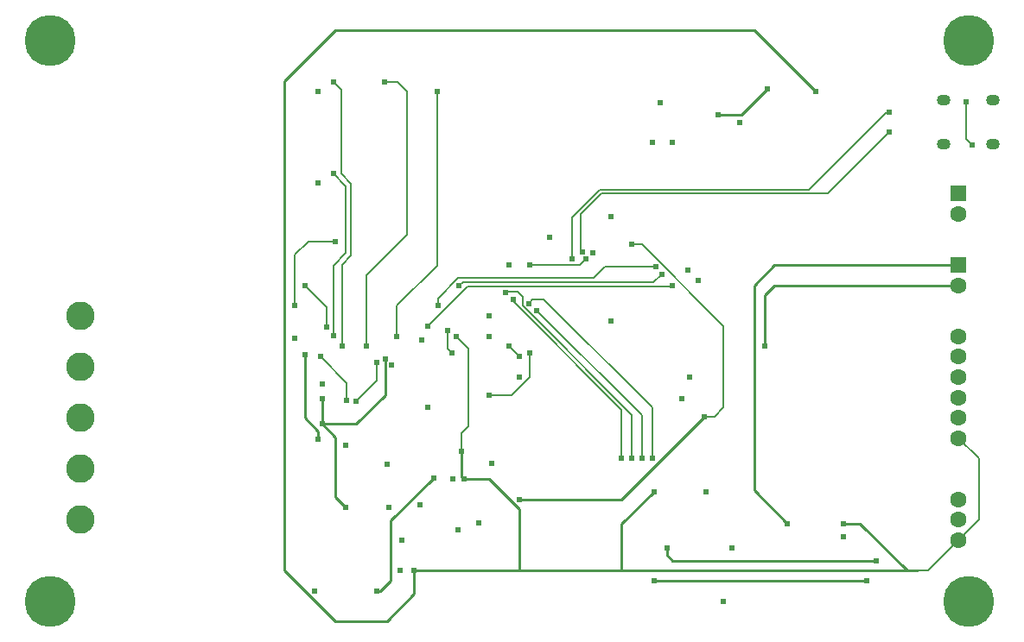
<source format=gbl>
G04 Layer: BottomLayer*
G04 EasyEDA v6.5.51, 2025-11-04 20:26:23*
G04 623bb76df6fb496f828c8c95ac90ab9a,07aaf3ec58ed4e568cacc845e37e2e79,10*
G04 Gerber Generator version 0.2*
G04 Scale: 100 percent, Rotated: No, Reflected: No *
G04 Dimensions in millimeters *
G04 leading zeros omitted , absolute positions ,4 integer and 5 decimal *
%FSLAX45Y45*%
%MOMM*%

%ADD10C,0.2000*%
%ADD11C,0.2540*%
%ADD12C,0.1800*%
%ADD13C,2.8000*%
%ADD14C,1.6000*%
%ADD15O,1.35001X1.099998*%
%ADD16R,1.6000X1.6000*%
%ADD17R,0.0141X1.6000*%
%ADD18C,5.0000*%
%ADD19C,0.6200*%

%LPD*%
D10*
X3299968Y4029963D02*
G01*
X3029965Y4029963D01*
X2899918Y3899915D01*
X2899918Y3560063D01*
X2899918Y3400044D01*
D11*
X7999984Y5499862D02*
G01*
X7399781Y6100063D01*
X3299968Y6100063D01*
X2800095Y5599937D01*
X2800095Y800100D01*
X3299968Y299973D01*
X3800093Y299973D01*
X4070095Y569976D01*
X4070095Y800100D01*
D10*
X3776472Y5597499D02*
G01*
X3902481Y5597499D01*
X3999991Y5499988D01*
X3999991Y4099991D01*
X3599992Y3699992D01*
X3599992Y2999994D01*
X3899992Y3099993D02*
G01*
X3899992Y3399993D01*
X4293361Y3793362D01*
X4293361Y5499988D01*
X6599986Y3599992D02*
G01*
X6589989Y3589995D01*
X4589995Y3589995D01*
X4199991Y3199991D01*
X3276600Y5597397D02*
G01*
X3355086Y5519928D01*
X3355086Y4694936D01*
X3450081Y4599939D01*
X3449993Y3889992D01*
X3359993Y3799992D01*
X3359993Y2999994D01*
X3276475Y4697498D02*
G01*
X3399990Y4573978D01*
X3399990Y3919989D01*
X3274999Y3794998D01*
X3274999Y3104997D01*
X2999991Y3599990D02*
G01*
X3215004Y3384976D01*
X3215004Y3189986D01*
D11*
X3129991Y2089988D02*
G01*
X3129991Y2169965D01*
X2997448Y2302507D01*
X2997448Y2923542D01*
D10*
X6494983Y3710000D02*
G01*
X6414975Y3629992D01*
X4544999Y3629992D01*
X4510001Y3594986D01*
X6439992Y3780002D02*
G01*
X5940008Y3780002D01*
X5829993Y3669990D01*
X4499990Y3669990D01*
X4299991Y3469990D01*
X4299991Y3399990D01*
X5039995Y3459987D02*
G01*
X5039995Y3440046D01*
X6099807Y2380234D01*
X6100069Y2080003D01*
X6099992Y1899996D01*
X4959984Y3524986D02*
G01*
X4974998Y3540000D01*
X5080000Y3540000D01*
X5130043Y3489957D01*
X5130043Y3400046D01*
X6199880Y2329942D01*
X6199880Y1899920D01*
X6199992Y1899996D01*
X5269991Y3354984D02*
G01*
X6299956Y2325019D01*
X6299956Y1899920D01*
X6299982Y1899996D01*
X5339989Y3459993D02*
G01*
X6399987Y2399995D01*
X6399987Y1899996D01*
X5189981Y3419982D02*
G01*
X5229992Y3459993D01*
X5339989Y3459993D01*
D11*
X4259991Y1709996D02*
G01*
X3839992Y1289997D01*
X3839992Y699998D01*
X3739992Y599998D01*
X3706622Y599998D01*
X6418986Y1576908D02*
G01*
X6100300Y1258222D01*
X6100300Y799998D01*
X5099989Y1499996D02*
G01*
X6097498Y1499996D01*
X6909993Y2312492D01*
X4069996Y799998D02*
G01*
X8999981Y799998D01*
X8999981Y799998D01*
X4799990Y1699996D02*
G01*
X5099989Y1399997D01*
X5099989Y799998D01*
X4554499Y1699996D02*
G01*
X4799990Y1699996D01*
X4534992Y1969998D02*
G01*
X4534992Y1719503D01*
X4554499Y1699996D01*
D10*
X9399981Y1099972D02*
G01*
X9100007Y799998D01*
X8999981Y799998D01*
D11*
X8277225Y1263497D02*
G01*
X8436483Y1263497D01*
X8899982Y799998D01*
X8599982Y899998D02*
G01*
X6599984Y899998D01*
X6545981Y954001D01*
X6545981Y1023089D01*
X6418981Y700001D02*
G01*
X8499980Y700001D01*
X8499983Y699998D01*
X9399981Y3799992D02*
G01*
X7599984Y3799992D01*
X7399985Y3599992D01*
X7399985Y1586255D01*
X7722743Y1263497D01*
X7499984Y2999994D02*
G01*
X7499984Y3499993D01*
X7599984Y3599992D01*
X9399981Y3599992D01*
D10*
X9474982Y5399986D02*
G01*
X9474982Y5040000D01*
X9539986Y4974996D01*
X4800091Y2525013D02*
G01*
X5024881Y2525013D01*
X5199888Y2700020D01*
X5199888Y2934970D01*
X3699992Y2839999D02*
G01*
X3699992Y2665041D01*
X3499965Y2465016D01*
X3409993Y2469995D02*
G01*
X3409993Y2640032D01*
X3150108Y2899918D01*
D12*
X4534992Y1969998D02*
G01*
X4534992Y2149995D01*
X4599993Y2214996D01*
X4599993Y2980004D01*
X4479998Y3099996D01*
D10*
X6199886Y3999992D02*
G01*
X6299961Y3999992D01*
X7100061Y3199892D01*
X7100061Y2400045D01*
X7012431Y2312415D01*
X6910070Y2312415D01*
D11*
X7529984Y5524146D02*
G01*
X7275829Y5269992D01*
X7044994Y5269992D01*
D12*
X9399981Y2099995D02*
G01*
X9599980Y1899996D01*
X9599980Y1299997D01*
X9399981Y1099997D01*
X4999990Y2999994D02*
G01*
X5099989Y2899994D01*
X4434992Y2939994D02*
G01*
X4399991Y2974995D01*
X4399991Y3154502D01*
D11*
X3164994Y2239995D02*
G01*
X3299993Y2104997D01*
X3299993Y1523364D01*
X3399993Y1423365D01*
X3164994Y2239995D02*
G01*
X3164994Y2489984D01*
X3784993Y2874992D02*
G01*
X3784993Y2524996D01*
X3499993Y2239995D01*
X3164994Y2239995D01*
D10*
X5754989Y3859992D02*
G01*
X5694989Y3799992D01*
X5199989Y3799992D01*
X8724645Y5099989D02*
G01*
X8124647Y4499990D01*
X5899988Y4499990D01*
X5699988Y4299991D01*
X5699988Y3944993D01*
X5714989Y3929992D01*
X8724651Y5299986D02*
G01*
X8699982Y5299986D01*
X7935366Y4535375D01*
X5885370Y4535375D01*
X5615000Y4265005D01*
X5615000Y3859987D01*
D13*
G01*
X798499Y1299997D03*
G01*
X798499Y1799869D03*
G01*
X798499Y2299995D03*
G01*
X801496Y2799994D03*
G01*
X798499Y3299993D03*
D14*
G01*
X9399981Y2299995D03*
G01*
X9399981Y2099995D03*
G01*
X9399981Y2499995D03*
G01*
X9399981Y2699994D03*
G01*
X9399981Y2899994D03*
G01*
X9399981Y3099993D03*
G01*
X9399981Y1299971D03*
G01*
X9399981Y1099972D03*
G01*
X9399981Y1499971D03*
D15*
G01*
X9739985Y4985004D03*
G01*
X9259976Y4985004D03*
G01*
X9259976Y5415000D03*
G01*
X9739985Y5415000D03*
D16*
G01*
X9399981Y4499990D03*
D14*
G01*
X9399981Y4299991D03*
D16*
G01*
X9399981Y3799992D03*
D14*
G01*
X9399981Y3599992D03*
D18*
G01*
X499998Y499998D03*
G01*
X499998Y5999987D03*
G01*
X9499981Y5999987D03*
G01*
X9499981Y499998D03*
D19*
G01*
X5999988Y3249980D03*
G01*
X6769988Y2699994D03*
G01*
X5999988Y4269994D03*
G01*
X5399989Y4069994D03*
G01*
X5199989Y3799992D03*
G01*
X5814999Y3914978D03*
G01*
X6689979Y2487498D03*
G01*
X3929989Y799998D03*
G01*
X4069994Y799998D03*
G01*
X6909993Y2312492D03*
G01*
X7999984Y5499988D03*
G01*
X6926986Y1576908D03*
G01*
X4799990Y2524988D03*
G01*
X6418986Y1576908D03*
G01*
X4534992Y1969998D03*
G01*
X7180986Y1023086D03*
G01*
X6199987Y3999992D03*
G01*
X5099989Y1499996D03*
G01*
X7099985Y499998D03*
G01*
X8277225Y1263497D03*
G01*
X6418986Y699998D03*
G01*
X8277225Y1136497D03*
G01*
X8499983Y699998D03*
G01*
X8599982Y899998D03*
G01*
X6545986Y1023086D03*
G01*
X7722743Y1263497D03*
G01*
X7499984Y2999994D03*
G01*
X4445482Y1699996D03*
G01*
X4554499Y1699996D03*
G01*
X2997504Y2923514D03*
G01*
X4199991Y2399995D03*
G01*
X2899994Y3076473D03*
G01*
X3410000Y2469997D03*
G01*
X4259986Y1710004D03*
G01*
X3706622Y599998D03*
G01*
X3093364Y599998D03*
G01*
X4129989Y1449984D03*
G01*
X3799992Y1845487D03*
G01*
X3399993Y1423365D03*
G01*
X7044994Y5269992D03*
G01*
X7529982Y5524144D03*
G01*
X6479997Y5389981D03*
G01*
X6479997Y5389981D03*
G01*
X4480001Y3099993D03*
G01*
X4399991Y3154502D03*
G01*
X5269991Y3354984D03*
G01*
X5039995Y3459987D03*
G01*
X4959984Y3524986D03*
G01*
X5189981Y3419982D03*
G01*
X6399987Y1899996D03*
G01*
X6299961Y1899920D03*
G01*
X6199886Y1899920D03*
G01*
X6099987Y1899996D03*
G01*
X6439992Y3780002D03*
G01*
X6494983Y3710000D03*
G01*
X4299991Y3399993D03*
G01*
X4509998Y3594988D03*
G01*
X4199991Y3199993D03*
G01*
X6599986Y3599992D03*
G01*
X4824501Y1849983D03*
G01*
X3129991Y2089988D03*
G01*
X3164992Y2629992D03*
G01*
X2899994Y3399993D03*
G01*
X3299993Y4029989D03*
G01*
X3150108Y2899918D03*
G01*
X2999993Y3599992D03*
G01*
X3215004Y3189986D03*
G01*
X3276472Y4697501D03*
G01*
X3274999Y3104997D03*
G01*
X3785006Y2875000D03*
G01*
X3123514Y4599990D03*
G01*
X3276472Y5597474D03*
G01*
X3359988Y2999994D03*
G01*
X3699992Y2839999D03*
G01*
X4293361Y5499988D03*
G01*
X3899992Y3099993D03*
G01*
X3776472Y5597499D03*
G01*
X3599992Y2999994D03*
G01*
X4799990Y3299993D03*
G01*
X4799990Y3099993D03*
G01*
X6399987Y4999989D03*
G01*
X6599986Y4999989D03*
G01*
X9539986Y4974996D03*
G01*
X9474987Y5399989D03*
G01*
X5199888Y2934970D03*
G01*
X3499967Y2465019D03*
G01*
X3819982Y1419987D03*
G01*
X6849490Y3650487D03*
G01*
X6750481Y3749497D03*
G01*
X5099989Y2699994D03*
G01*
X4999990Y3799992D03*
G01*
X7254493Y5199989D03*
G01*
X4139996Y3059988D03*
G01*
X5099989Y2899994D03*
G01*
X4999990Y2999994D03*
G01*
X3164992Y2489987D03*
G01*
X4434992Y2939999D03*
G01*
X3399993Y2026615D03*
G01*
X3849877Y2819907D03*
G01*
X3164992Y2240000D03*
G01*
X5754979Y3859987D03*
G01*
X5715000Y3929989D03*
G01*
X5615000Y3859987D03*
G01*
X8724645Y5099989D03*
G01*
X8724645Y5299989D03*
G01*
X3123514Y5499988D03*
G01*
X4699990Y1270000D03*
G01*
X3949979Y1099997D03*
G01*
X4499990Y1199997D03*
M02*

</source>
